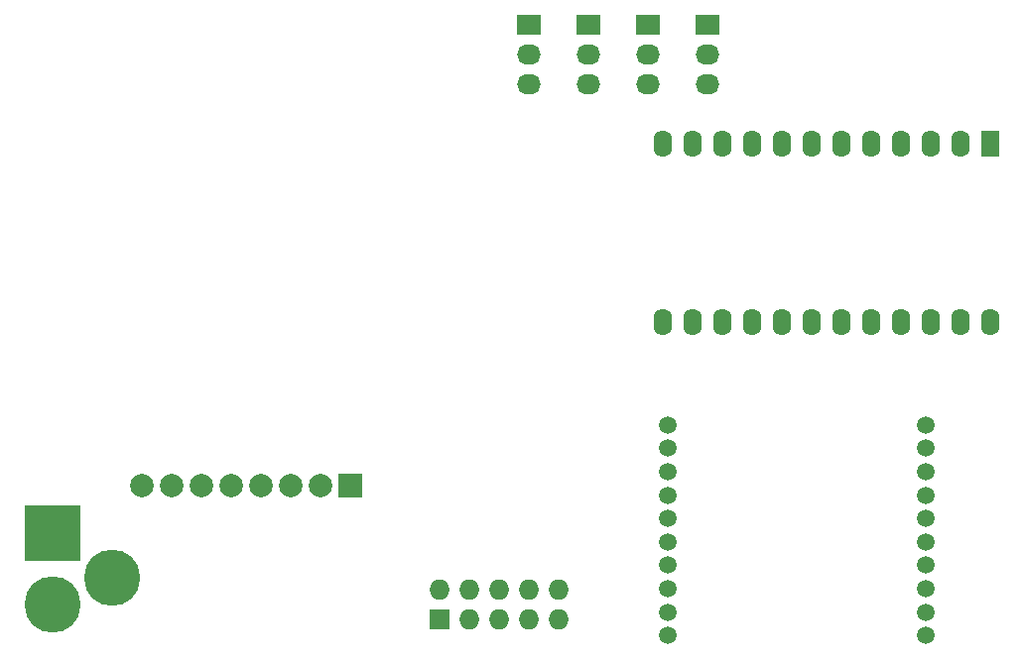
<source format=gbs>
G04 #@! TF.FileFunction,Soldermask,Bot*
%FSLAX46Y46*%
G04 Gerber Fmt 4.6, Leading zero omitted, Abs format (unit mm)*
G04 Created by KiCad (PCBNEW (2015-01-16 BZR 5376)-product) date 26/03/2015 09:41:38*
%MOMM*%
G01*
G04 APERTURE LIST*
%ADD10C,0.100000*%
%ADD11C,2.000000*%
%ADD12R,2.000000X2.000000*%
%ADD13R,1.574800X2.286000*%
%ADD14O,1.574800X2.286000*%
%ADD15R,1.727200X1.727200*%
%ADD16O,1.727200X1.727200*%
%ADD17C,4.800600*%
%ADD18R,4.800600X4.800600*%
%ADD19R,2.032000X1.727200*%
%ADD20O,2.032000X1.727200*%
%ADD21C,1.500000*%
G04 APERTURE END LIST*
D10*
D11*
X104648000Y-114554000D03*
X107188000Y-114554000D03*
X109728000Y-114554000D03*
X112268000Y-114554000D03*
X114808000Y-114554000D03*
X117348000Y-114554000D03*
X119888000Y-114554000D03*
D12*
X122428000Y-114554000D03*
D13*
X177038000Y-85344000D03*
D14*
X174498000Y-85344000D03*
X171958000Y-85344000D03*
X169418000Y-85344000D03*
X166878000Y-85344000D03*
X164338000Y-85344000D03*
X161798000Y-85344000D03*
X159258000Y-85344000D03*
X156718000Y-85344000D03*
X154178000Y-85344000D03*
X151638000Y-85344000D03*
X149098000Y-85344000D03*
X149098000Y-100584000D03*
X151638000Y-100584000D03*
X154178000Y-100584000D03*
X156718000Y-100584000D03*
X159258000Y-100584000D03*
X161798000Y-100584000D03*
X164338000Y-100584000D03*
X166878000Y-100584000D03*
X169418000Y-100584000D03*
X171958000Y-100584000D03*
X174498000Y-100584000D03*
X177038000Y-100584000D03*
D15*
X130048000Y-125984000D03*
D16*
X130048000Y-123444000D03*
X132588000Y-125984000D03*
X132588000Y-123444000D03*
X135128000Y-125984000D03*
X135128000Y-123444000D03*
X137668000Y-125984000D03*
X137668000Y-123444000D03*
X140208000Y-125984000D03*
X140208000Y-123444000D03*
D17*
X97028000Y-124714000D03*
D18*
X97028000Y-118618000D03*
D17*
X102108000Y-122428000D03*
D19*
X142748000Y-75184000D03*
D20*
X142748000Y-77724000D03*
X142748000Y-80264000D03*
D19*
X147828000Y-75184000D03*
D20*
X147828000Y-77724000D03*
X147828000Y-80264000D03*
D19*
X152908000Y-75184000D03*
D20*
X152908000Y-77724000D03*
X152908000Y-80264000D03*
D19*
X137668000Y-75184000D03*
D20*
X137668000Y-77724000D03*
X137668000Y-80264000D03*
D21*
X171528000Y-127324000D03*
X171528000Y-125324000D03*
X171528000Y-123324000D03*
X171528000Y-121324000D03*
X171528000Y-119324000D03*
X171528000Y-117324000D03*
X171528000Y-115324000D03*
X171528000Y-113324000D03*
X171528000Y-111324000D03*
X171528000Y-109324000D03*
X149528000Y-109324000D03*
X149528000Y-111324000D03*
X149528000Y-113324000D03*
X149528000Y-115324000D03*
X149528000Y-117324000D03*
X149528000Y-119324000D03*
X149528000Y-121324000D03*
X149528000Y-123324000D03*
X149528000Y-125324000D03*
X149528000Y-127324000D03*
M02*

</source>
